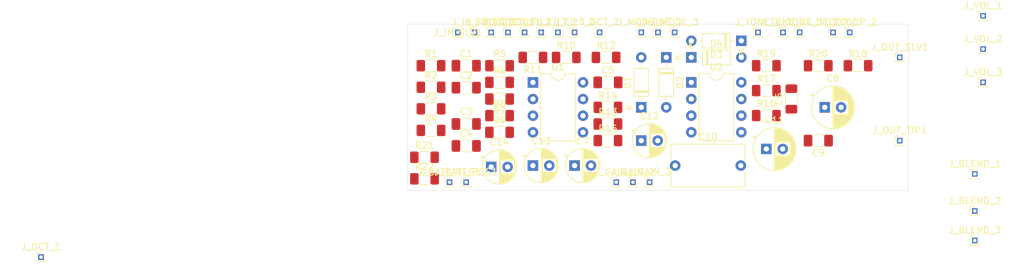
<source format=kicad_pcb>
(kicad_pcb (version 20221018) (generator pcbnew)
  (layers (0 "F.Cu" signal) (31 "B.Cu" signal) (34 "B.Paste" user) (35 "F.Paste" user) (36 "B.SilkS" user "B.Silkscreen") (37 "F.SilkS" user "F.Silkscreen") (38 "B.Mask" user) (39 "F.Mask" user) (44 "Edge.Cuts" user))
  (net 0 "")
  (net 1 "Net-(J_BOOST_2-Pin_1)")
  (net 2 "Net-(C1-Pad2)")
  (net 3 "Net-(J_BOOST_3-Pin_1)")
  (net 4 "Net-(C2-Pad2)")
  (net 5 "Net-(C3-Pad1)")
  (net 6 "Net-(U1B--)")
  (net 8 "Net-(U1B-+)")
  (net 9 "Net-(C5-Pad1)")
  (net 10 "Net-(U2B-+)")
  (net 11 "Net-(J_GAIN_1-Pin_1)")
  (net 12 "Net-(J_GAIN_2-Pin_1)")
  (net 13 "Net-(C7-Pad1)")
  (net 14 "GND")
  (net 15 "Net-(D3-K)")
  (net 16 "Net-(C8-Pad2)")
  (net 17 "Net-(J_TONE_2-Pin_1)")
  (net 18 "Net-(J_TONE_1-Pin_1)")
  (net 19 "Net-(J_FILT_2-Pin_1)")
  (net 20 "Net-(J_BLEND_1-Pin_1)")
  (net 21 "Net-(J_MODE_2-Pin_1)")
  (net 23 "/Vb")
  (net 24 "+9V")
  (net 25 "Net-(D1-K)")
  (net 26 "Net-(D1-A)")
  (net 27 "Net-(D2-K)")
  (net 28 "Net-(D3-A)")
  (net 29 "Net-(J_BLEND_2-Pin_1)")
  (net 30 "Net-(J_BLEND_3-Pin_1)")
  (net 31 "Net-(J_BOOST_1-Pin_1)")
  (net 32 "Net-(J_FILT_1-Pin_1)")
  (net 33 "Net-(J_FILT_3-Pin_1)")
  (net 35 "Net-(J_OCT_2-Pin_1)")
  (net 36 "Net-(J_SCOOP_2-Pin_1)")
  (net 37 "Net-(U1A--)")
  (net 38 "Net-(R5-Pad2)")
  (net 41 "Net-(J_BATT_NEG1-Pin_1)")
  (net 43 "Net-(J_VOL_2-Pin_1)")
  (footprint "Connector_PinHeader_1.00mm:PinHeader_1x01_P1.00mm_Vertical" (layer "F.Cu") (at 100.33 30.48)
    (fp_text reference "J_OUT_SLV1" (at 0 -1.56) (layer "F.SilkS"))
    (fp_text value "Conn_01x01_Pin")
    (pad "1" thru_hole rect (at 0 0) (size 0.85 0.85) (drill 0.5) (layers "*.Cu" "*.Mask") (net 14 "GND"))
  )
  (footprint "Capacitor_SMD:C_1206_3216Metric_Pad1.33x1.80mm_HandSolder" (layer "F.Cu") (at 55.88 34.29)
    (fp_text reference "C5" (at 0 -1.85) (layer "F.SilkS"))
    (fp_text value "0.01uF")
    (pad "1" smd roundrect (at -1.5625 0) (size 1.325 1.8) (layers "F.Cu" "F.Paste" "F.Mask") (roundrect_rratio 0.188679) (net 9 "Net-(C5-Pad1)"))
    (pad "2" smd roundrect (at 1.5625 0) (size 1.325 1.8) (layers "F.Cu" "F.Paste" "F.Mask") (roundrect_rratio 0.188679) (net 10 "Net-(U2B-+)"))
  )
  (footprint "Resistor_SMD:R_1206_3216Metric_Pad1.30x1.75mm_HandSolder" (layer "F.Cu") (at 80.01 31.75)
    (fp_text reference "R19" (at 0 -1.82) (layer "F.SilkS"))
    (fp_text value "10K")
    (pad "1" smd roundrect (at -1.55 0) (size 1.3 1.75) (layers "F.Cu" "F.Paste" "F.Mask") (roundrect_rratio 0.192308) (net 17 "Net-(J_TONE_2-Pin_1)"))
    (pad "2" smd roundrect (at 1.55 0) (size 1.3 1.75) (layers "F.Cu" "F.Paste" "F.Mask") (roundrect_rratio 0.192308) (net 14 "GND"))
  )
  (footprint "Resistor_SMD:R_1206_3216Metric_Pad1.30x1.75mm_HandSolder" (layer "F.Cu") (at 55.88 43.18)
    (fp_text reference "R15" (at 0 -1.82) (layer "F.SilkS"))
    (fp_text value "100K")
    (pad "1" smd roundrect (at -1.55 0) (size 1.3 1.75) (layers "F.Cu" "F.Paste" "F.Mask") (roundrect_rratio 0.192308) (net 23 "/Vb"))
    (pad "2" smd roundrect (at 1.55 0) (size 1.3 1.75) (layers "F.Cu" "F.Paste" "F.Mask") (roundrect_rratio 0.192308) (net 10 "Net-(U2B-+)"))
  )
  (footprint "Connector_PinHeader_1.00mm:PinHeader_1x01_P1.00mm_Vertical" (layer "F.Cu") (at 62.23 49.53)
    (fp_text reference "J_GAIN_3" (at 0 -1.56) (layer "F.SilkS"))
    (fp_text value "Conn_01x01_Pin")
    (pad "1" thru_hole rect (at 0 0) (size 0.85 0.85) (drill 0.5) (layers "*.Cu" "*.Mask") (net 12 "Net-(J_GAIN_2-Pin_1)"))
  )
  (footprint "Capacitor_THT:CP_Radial_D6.3mm_P2.50mm" (layer "F.Cu") (at 80.01 44.45)
    (fp_text reference "C11" (at 1.25 -4.4) (layer "F.SilkS"))
    (fp_text value "1uF")
    (pad "1" thru_hole rect (at 0 0) (size 1.6 1.6) (drill 0.8) (layers "*.Cu" "*.Mask") (net 19 "Net-(J_FILT_2-Pin_1)"))
    (pad "2" thru_hole circle (at 2.5 0) (size 1.6 1.6) (drill 0.8) (layers "*.Cu" "*.Mask") (net 20 "Net-(J_BLEND_1-Pin_1)"))
  )
  (footprint "Resistor_SMD:R_1206_3216Metric_Pad1.30x1.75mm_HandSolder" (layer "F.Cu") (at 28.93 38.33)
    (fp_text reference "R3" (at 0 -1.82) (layer "F.SilkS"))
    (fp_text value "330K")
    (pad "1" smd roundrect (at -1.55 0) (size 1.3 1.75) (layers "F.Cu" "F.Paste" "F.Mask") (roundrect_rratio 0.192308) (net 2 "Net-(C1-Pad2)"))
    (pad "2" smd roundrect (at 1.55 0) (size 1.3 1.75) (layers "F.Cu" "F.Paste" "F.Mask") (roundrect_rratio 0.192308) (net 37 "Net-(U1A--)"))
  )
  (footprint "Capacitor_THT:CP_Radial_D5.0mm_P2.50mm" (layer "F.Cu") (at 50.8 46.99)
    (fp_text reference "C7" (at 1.25 -3.75) (layer "F.SilkS"))
    (fp_text value "10uF")
    (pad "1" thru_hole rect (at 0 0) (size 1.6 1.6) (drill 0.8) (layers "*.Cu" "*.Mask") (net 13 "Net-(C7-Pad1)"))
    (pad "2" thru_hole circle (at 2.5 0) (size 1.6 1.6) (drill 0.8) (layers "*.Cu" "*.Mask") (net 14 "GND"))
  )
  (footprint "Connector_PinHeader_1.00mm:PinHeader_1x01_P1.00mm_Vertical" (layer "F.Cu") (at 50.8 26.67)
    (fp_text reference "J_FILT_3" (at 0 -1.56) (layer "F.SilkS"))
    (fp_text value "Conn_01x01_Pin")
    (pad "1" thru_hole rect (at 0 0) (size 0.85 0.85) (drill 0.5) (layers "*.Cu" "*.Mask") (net 33 "Net-(J_FILT_3-Pin_1)"))
  )
  (footprint "Connector_PinHeader_1.00mm:PinHeader_1x01_P1.00mm_Vertical" (layer "F.Cu") (at 66.04 26.67)
    (fp_text reference "J_MODE_3" (at 0 -1.56) (layer "F.SilkS"))
    (fp_text value "Conn_01x01_Pin")
    (pad "1" thru_hole rect (at 0 0) (size 0.85 0.85) (drill 0.5) (layers "*.Cu" "*.Mask") (net 28 "Net-(D3-A)"))
  )
  (footprint "Resistor_SMD:R_1206_3216Metric_Pad1.30x1.75mm_HandSolder" (layer "F.Cu") (at 28.93 35.04)
    (fp_text reference "R2" (at 0 -1.82) (layer "F.SilkS"))
    (fp_text value "10M")
    (pad "1" smd roundrect (at -1.55 0) (size 1.3 1.75) (layers "F.Cu" "F.Paste" "F.Mask") (roundrect_rratio 0.192308) (net 3 "Net-(J_BOOST_3-Pin_1)"))
    (pad "2" smd roundrect (at 1.55 0) (size 1.3 1.75) (layers "F.Cu" "F.Paste" "F.Mask") (roundrect_rratio 0.192308) (net 14 "GND"))
  )
  (footprint "Connector_PinHeader_1.00mm:PinHeader_1x01_P1.00mm_Vertical" (layer "F.Cu") (at 111.76 48.26)
    (fp_text reference "J_BLEND_1" (at 0 -1.56) (layer "F.SilkS"))
    (fp_text value "Conn_01x01_Pin")
    (pad "1" thru_hole rect (at 0 0) (size 0.85 0.85) (drill 0.5) (layers "*.Cu" "*.Mask") (net 20 "Net-(J_BLEND_1-Pin_1)"))
  )
  (footprint "Capacitor_SMD:C_1206_3216Metric_Pad1.33x1.80mm_HandSolder" (layer "F.Cu") (at 34.29 31.75)
    (fp_text reference "C1" (at 0 -1.85) (layer "F.SilkS"))
    (fp_text value "0.01uF")
    (pad "1" smd roundrect (at -1.5625 0) (size 1.325 1.8) (layers "F.Cu" "F.Paste" "F.Mask") (roundrect_rratio 0.188679) (net 1 "Net-(J_BOOST_2-Pin_1)"))
    (pad "2" smd roundrect (at 1.5625 0) (size 1.325 1.8) (layers "F.Cu" "F.Paste" "F.Mask") (roundrect_rratio 0.188679) (net 2 "Net-(C1-Pad2)"))
  )
  (footprint "Connector_PinHeader_1.00mm:PinHeader_1x01_P1.00mm_Vertical" (layer "F.Cu") (at 63.5 26.67)
    (fp_text reference "J_MODE_2" (at 0 -1.56) (layer "F.SilkS"))
    (fp_text value "Conn_01x01_Pin")
    (pad "1" thru_hole rect (at 0 0) (size 0.85 0.85) (drill 0.5) (layers "*.Cu" "*.Mask") (net 21 "Net-(J_MODE_2-Pin_1)"))
  )
  (footprint "Capacitor_THT:CP_Radial_D5.0mm_P2.50mm" (layer "F.Cu") (at 60.96 43.18)
    (fp_text reference "C12" (at 1.25 -3.75) (layer "F.SilkS"))
    (fp_text value "10uF")
    (pad "1" thru_hole rect (at 0 0) (size 1.6 1.6) (drill 0.8) (layers "*.Cu" "*.Mask") (net 21 "Net-(J_MODE_2-Pin_1)"))
    (pad "2" thru_hole circle (at 2.5 0) (size 1.6 1.6) (drill 0.8) (layers "*.Cu" "*.Mask"))
  )
  (footprint "Connector_PinHeader_1.00mm:PinHeader_1x01_P1.00mm_Vertical" (layer "F.Cu") (at 45.72 26.67)
    (fp_text reference "J_FILT_1" (at 0 -1.56) (layer "F.SilkS"))
    (fp_text value "Conn_01x01_Pin")
    (pad "1" thru_hole rect (at 0 0) (size 0.85 0.85) (drill 0.5) (layers "*.Cu" "*.Mask") (net 32 "Net-(J_FILT_1-Pin_1)"))
  )
  (footprint "Connector_PinHeader_1.00mm:PinHeader_1x01_P1.00mm_Vertical" (layer "F.Cu") (at 113.03 24.13)
    (fp_text reference "J_VOL_1" (at 0 -1.56) (layer "F.SilkS"))
    (fp_text value "Conn_01x01_Pin")
    (pad "1" thru_hole rect (at 0 0) (size 0.85 0.85) (drill 0.5) (layers "*.Cu" "*.Mask") (net 14 "GND"))
  )
  (footprint "Resistor_SMD:R_1206_3216Metric_Pad1.30x1.75mm_HandSolder" (layer "F.Cu") (at 39.37 41.91)
    (fp_text reference "R9" (at 0 -1.82) (layer "F.SilkS"))
    (fp_text value "100K")
    (pad "1" smd roundrect (at -1.55 0) (size 1.3 1.75) (layers "F.Cu" "F.Paste" "F.Mask") (roundrect_rratio 0.192308) (net 32 "Net-(J_FILT_1-Pin_1)"))
    (pad "2" smd roundrect (at 1.55 0) (size 1.3 1.75) (layers "F.Cu" "F.Paste" "F.Mask") (roundrect_rratio 0.192308) (net 6 "Net-(U1B--)"))
  )
  (footprint "Resistor_SMD:R_1206_3216Metric_Pad1.30x1.75mm_HandSolder" (layer "F.Cu") (at 39.37 39.37)
    (fp_text reference "R8" (at 0 -1.82) (layer "F.SilkS"))
    (fp_text value "100K")
    (pad "1" smd roundrect (at -1.55 0) (size 1.3 1.75) (layers "F.Cu" "F.Paste" "F.Mask") (roundrect_rratio 0.192308) (net 6 "Net-(U1B--)"))
    (pad "2" smd roundrect (at 1.55 0) (size 1.3 1.75) (layers "F.Cu" "F.Paste" "F.Mask") (roundrect_rratio 0.192308) (net 14 "GND"))
  )
  (footprint "Connector_PinHeader_1.00mm:PinHeader_1x01_P1.00mm_Vertical" (layer "F.Cu") (at 90.17 26.67)
    (fp_text reference "J_SCOOP_1" (at 0 -1.56) (layer "F.SilkS"))
    (fp_text value "Conn_01x01_Pin")
    (pad "1" thru_hole rect (at 0 0) (size 0.85 0.85) (drill 0.5) (layers "*.Cu" "*.Mask") (net 14 "GND"))
  )
  (footprint "Connector_PinHeader_1.00mm:PinHeader_1x01_P1.00mm_Vertical" (layer "F.Cu") (at 82.55 26.67)
    (fp_text reference "J_TONE_2" (at 0 -1.56) (layer "F.SilkS"))
    (fp_text value "Conn_01x01_Pin")
    (pad "1" thru_hole rect (at 0 0) (size 0.85 0.85) (drill 0.5) (layers "*.Cu" "*.Mask") (net 17 "Net-(J_TONE_2-Pin_1)"))
  )
  (footprint "Package_DIP:DIP-8_W7.62mm" (layer "F.Cu") (at 44.46 34.3)
    (fp_text reference "U1" (at 3.81 -2.33) (layer "F.SilkS"))
    (fp_text value "TL072")
    (pad "1" thru_hole rect (at 0 0) (size 1.6 1.6) (drill 0.8) (layers "*.Cu" "*.Mask") (net 38 "Net-(R5-Pad2)"))
    (pad "2" thru_hole oval (at 0 2.54) (size 1.6 1.6) (drill 0.8) (layers "*.Cu" "*.Mask") (net 37 "Net-(U1A--)"))
    (pad "3" thru_hole oval (at 0 5.08) (size 1.6 1.6) (drill 0.8) (layers "*.Cu" "*.Mask") (net 23 "/Vb"))
    (pad "4" thru_hole oval (at 0 7.62) (size 1.6 1.6) (drill 0.8) (layers "*.Cu" "*.Mask") (net 14 "GND"))
    (pad "5" thru_hole oval (at 7.62 7.62) (size 1.6 1.6) (drill 0.8) (layers "*.Cu" "*.Mask") (net 8 "Net-(U1B-+)"))
    (pad "6" thru_hole oval (at 7.62 5.08) (size 1.6 1.6) (drill 0.8) (layers "*.Cu" "*.Mask") (net 6 "Net-(U1B--)"))
    (pad "7" thru_hole oval (at 7.62 2.54) (size 1.6 1.6) (drill 0.8) (layers "*.Cu" "*.Mask") (net 32 "Net-(J_FILT_1-Pin_1)"))
    (pad "8" thru_hole oval (at 7.62 0) (size 1.6 1.6) (drill 0.8) (layers "*.Cu" "*.Mask") (net 24 "+9V"))
  )
  (footprint "Capacitor_SMD:C_1206_3216Metric_Pad1.33x1.80mm_HandSolder" (layer "F.Cu") (at 34.29 40.64)
    (fp_text reference "C3" (at 0 -1.85) (layer "F.SilkS"))
    (fp_text value "0.001uF")
    (pad "1" smd roundrect (at -1.5625 0) (size 1.325 1.8) (layers "F.Cu" "F.Paste" "F.Mask") (roundrect_rratio 0.188679) (net 5 "Net-(C3-Pad1)"))
    (pad "2" smd roundrect (at 1.5625 0) (size 1.325 1.8) (layers "F.Cu" "F.Paste" "F.Mask") (roundrect_rratio 0.188679) (net 6 "Net-(U1B--)"))
  )
  (footprint "Resistor_SMD:R_1206_3216Metric_Pad1.30x1.75mm_HandSolder" (layer "F.Cu") (at 55.6 30.48)
    (fp_text reference "R12" (at 0 -1.82) (layer "F.SilkS"))
    (fp_text value "10K")
    (pad "1" smd roundrect (at -1.55 0) (size 1.3 1.75) (layers "F.Cu" "F.Paste" "F.Mask") (roundrect_rratio 0.192308) (net 27 "Net-(D2-K)"))
    (pad "2" smd roundrect (at 1.55 0) (size 1.3 1.75) (layers "F.Cu" "F.Paste" "F.Mask") (roundrect_rratio 0.192308) (net 26 "Net-(D1-A)"))
  )
  (footprint "Diode_THT:D_DO-35_SOD27_P7.62mm_Horizontal" (layer "F.Cu") (at 64.77 30.48 -90)
    (fp_text reference "D2" (at 3.81 -2.12 90) (layer "F.SilkS"))
    (fp_text value "1N914")
    (fp_text user "K" (at 0 -1.8 90) (layer "F.SilkS"))
    (pad "1" thru_hole rect (at 0 0 270) (size 1.6 1.6) (drill 0.8) (layers "*.Cu" "*.Mask") (net 27 "Net-(D2-K)"))
    (pad "2" thru_hole oval (at 7.62 0 270) (size 1.6 1.6) (drill 0.8) (layers "*.Cu" "*.Mask") (net 25 "Net-(D1-K)"))
  )
  (footprint "Resistor_SMD:R_1206_3216Metric_Pad1.30x1.75mm_HandSolder" (layer "F.Cu") (at 28.93 31.75)
    (fp_text reference "R1" (at 0 -1.82) (layer "F.SilkS"))
    (fp_text value "10M")
    (pad "1" smd roundrect (at -1.55 0) (size 1.3 1.75) (layers "F.Cu" "F.Paste" "F.Mask") (roundrect_rratio 0.192308) (net 1 "Net-(J_BOOST_2-Pin_1)"))
    (pad "2" smd roundrect (at 1.55 0) (size 1.3 1.75) (layers "F.Cu" "F.Paste" "F.Mask") (roundrect_rratio 0.192308) (net 14 "GND"))
  )
  (footprint "Connector_PinHeader_1.00mm:PinHeader_1x01_P1.00mm_Vertical" (layer "F.Cu") (at 33.02 26.67)
    (fp_text reference "J_IN_SLV1" (at 0 0) (layer "F.SilkS"))
    (fp_text value "Conn_01x01_Pin")
    (pad "1" thru_hole rect (at 0 0) (size 0.85 0.85) (drill 0.5) (layers "*.Cu" "*.Mask") (net 14 "GND"))
  )
  (footprint "Connector_PinHeader_1.00mm:PinHeader_1x01_P1.00mm_Vertical" (layer "F.Cu") (at 85.09 26.67)
    (fp_text reference "J_TONE_3" (at 0 -1.56) (layer "F.SilkS"))
    (fp_text value "Conn_01x01_Pin")
    (pad "1" thru_hole rect (at 0 0) (size 0.85 0.85) (drill 0.5) (layers "*.Cu" "*.Mask") (net 30 "Net-(J_BLEND_3-Pin_1)"))
  )
  (footprint "Resistor_SMD:R_1206_3216Metric_Pad1.30x1.75mm_HandSolder" (layer "F.Cu") (at 87.91 31.75)
    (fp_text reference "R20" (at 0 -1.82) (layer "F.SilkS"))
    (fp_text value "1K")
    (pad "1" smd roundrect (at -1.55 0) (size 1.3 1.75) (layers "F.Cu" "F.Paste" "F.Mask") (roundrect_rratio 0.192308) (net 17 "Net-(J_TONE_2-Pin_1)"))
    (pad "2" smd roundrect (at 1.55 0) (size 1.3 1.75) (layers "F.Cu" "F.Paste" "F.Mask") (roundrect_rratio 0.192308) (net 36 "Net-(J_SCOOP_2-Pin_1)"))
  )
  (footprint "Connector_PinHeader_1.00mm:PinHeader_1x01_P1.00mm_Vertical" (layer "F.Cu") (at 48.26 26.67)
    (fp_text reference "J_FILT_2" (at 0 -1.56) (layer "F.SilkS"))
    (fp_text value "Conn_01x01_Pin")
    (pad "1" thru_hole rect (at 0 0) (size 0.85 0.85) (drill 0.5) (layers "*.Cu" "*.Mask") (net 19 "Net-(J_FILT_2-Pin_1)"))
  )
  (footprint "Connector_PinHeader_1.00mm:PinHeader_1x01_P1.00mm_Vertical" (layer "F.Cu") (at 113.03 29.21)
    (fp_text reference "J_VOL_2" (at 0 -1.56) (layer "F.SilkS"))
    (fp_text value "Conn_01x01_Pin")
    (pad "1" thru_hole rect (at 0 0) (size 0.85 0.85) (drill 0.5) (layers "*.Cu" "*.Mask") (net 43 "Net-(J_VOL_2-Pin_1)"))
  )
  (footprint "Resistor_SMD:R_1206_3216Metric_Pad1.30x1.75mm_HandSolder" (layer "F.Cu") (at 27.94 49.01)
    (fp_text reference "R22" (at 0 -1.82) (layer "F.SilkS"))
    (fp_text value "10K")
    (pad "1" smd roundrect (at -1.55 0) (size 1.3 1.75) (layers "F.Cu" "F.Paste" "F.Mask") (roundrect_rratio 0.192308) (net 23 "/Vb"))
    (pad "2" smd roundrect (at 1.55 0) (size 1.3 1.75) (layers "F.Cu" "F.Paste" "F.Mask") (roundrect_rratio 0.192308) (net 14 "GND"))
  )
  (footprint "Capacitor_THT:CP_Radial_D6.3mm_P2.50mm" (layer "F.Cu") (at 88.9 38.1)
    (fp_text reference "C8" (at 1.25 -4.4) (layer "F.SilkS"))
    (fp_text value "1uF")
    (pad "1" thru_hole rect (at 0 0) (size 1.6 1.6) (drill 0.8) (layers "*.Cu" "*.Mask") (net 15 "Net-(D3-K)"))
    (pad "2" thru_hole circle (at 2.5 0) (size 1.6 1.6) (drill 0.8) (layers "*.Cu" "*.Mask") (net 16 "Net-(C8-Pad2)"))
  )
  (footprint "Resistor_SMD:R_1206_3216Metric_Pad1.30x1.75mm_HandSolder" (layer "F.Cu") (at 27.94 45.72)
    (fp_text reference "R21" (at 0 -1.82) (layer "F.SilkS"))
    (fp_text value "10K")
    (pad "1" smd roundrect (at -1.55 0) (size 1.3 1.75) (layers "F.Cu" "F.Paste" "F.Mask") (roundrect_rratio 0.192308) (net 24 "+9V"))
    (pad "2" smd roundrect (at 1.55 0) (size 1.3 1.75) (layers "F.Cu" "F.Paste" "F.Mask") (roundrect_rratio 0.192308) (net 23 "/Vb"))
  )
  (footprint "Resistor_SMD:R_1206_3216Metric_Pad1.30x1.75mm_HandSolder" (layer "F.Cu") (at 28.93 41.62)
    (fp_text reference "R4" (at 0 -1.82) (layer "F.SilkS"))
    (fp_text value "100K")
    (pad "1" smd roundrect (at -1.55 0) (size 1.3 1.75) (layers "F.Cu" "F.Paste" "F.Mask") (roundrect_rratio 0.192308) (net 4 "Net-(C2-Pad2)"))
    (pad "2" smd roundrect (at 1.55 0) (size 1.3 1.75) (layers "F.Cu" "F.Paste" "F.Mask") (roundrect_rratio 0.192308) (net 37 "Net-(U1A--)"))
  )
  (footprint "Capacitor_SMD:C_1206_3216Metric_Pad1.33x1.80mm_HandSolder" (layer "F.Cu") (at 87.9225 43.18 180)
    (fp_text reference "C9" (at 0 -1.85) (layer "F.SilkS"))
    (fp_text value "0.047uF")
    (pad "1" smd roundrect (at -1.5625 0 180) (size 1.325 1.8) (layers "F.Cu" "F.Paste" "F.Mask") (roundrect_rratio 0.188679) (net 15 "Net-(D3-K)"))
    (pad "2" smd roundrect (at 1.5625 0 180) (size 1.325 1.8) (layers "F.Cu" "F.Paste" "F.Mask") (roundrect_rratio 0.188679) (net 17 "Net-(J_TONE_2-Pin_1)"))
  )
  (footprint "Diode_THT:D_DO-35_SOD27_P7.62mm_Horizontal" (layer "F.Cu") (at 60.96 38.1 90)
    (fp_text reference "D1" (at 3.81 -2.12 90) (layer "F.SilkS"))
    (fp_text value "1N914")
    (fp_text user "K" (at 0 -1.8 90) (layer "F.SilkS"))
    (pad "1" thru_hole rect (at 0 0 90) (size 1.6 1.6) (drill 0.8) (layers "*.Cu" "*.Mask") (net 25 "Net-(D1-K)"))
    (pad "2" thru_hole oval (at 7.62 0 90) (size 1.6 1.6) (drill 0.8) (layers "*.Cu" "*.Mask") (net 26 "Net-(D1-A)"))
  )
  (footprint "Resistor_SMD:R_1206_3216Metric_Pad1.30x1.75mm_HandSolder" (layer "F.Cu") (at 55.88 38.1)
    (fp_text reference "R14" (at 0 -1.82) (layer "F.SilkS"))
    (fp_text value "10K")
    (pad "1" smd roundrect (at -1.55 0) (size 1.3 1.75) (layers "F.Cu" "F.Paste" "F.Mask") (roundrect_rratio 0.192308) (net 27 "Net-(D2-K)"))
    (pad "2" smd roundrect (at 1.55 0) (size 1.3 1.75) (layers "F.Cu" "F.Paste" "F.Mask") (roundrect_rratio 0.192308) (net 35 "Net-(J_OCT_2-Pin_1)"))
  )
  (footprint "Connector_PinHeader_1.00mm:PinHeader_1x01_P1.00mm_Vertical" (layer "F.Cu") (at 31.75 49.53)
    (fp_text reference "J_BATT_NEG1" (at 0 -1.56) (layer "F.SilkS"))
    (fp_text value "Conn_01x01_Pin")
    (pad "1" thru_hole rect (at 0 0) (size 0.85 0.85) (drill 0.5) (layers "*.Cu" "*.Mask") (net 41 "Net-(J_BATT_NEG1-Pin_1)"))
  )
  (footprint "Connector_PinHeader_1.00mm:PinHeader_1x01_P1.00mm_Vertical" (layer "F.Cu") (at 78.74 26.67)
    (fp_text reference "J_TONE_1" (at 0 -1.56) (layer "F.SilkS"))
    (fp_text value "Conn_01x01_Pin")
    (pad "1" thru_hole rect (at 0 0) (size 0.85 0.85) (drill 0.5) (layers "*.Cu" "*.Mask") (net 18 "Net-(J_TONE_1-Pin_1)"))
  )
  (footprint "Connector_PinHeader_1.00mm:PinHeader_1x01_P1.00mm_Vertical" (layer "F.Cu") (at 100.33 43.18)
    (fp_text reference "J_OUT_TIP1" (at 0 -1.56) (layer "F.SilkS"))
    (fp_text value "Conn_01x01_Pin")
    (pad "1" thru_hole rect (at 0 0) (size 0.85 0.85) (drill 0.5) (layers "*.Cu" "*.Mask"))
  )
  (footprint "Package_DIP:DIP-8_W7.62mm" (layer "F.Cu") (at 68.58 34.29)
    (fp_text reference "U2" (at 3.81 -2.33) (layer "F.SilkS"))
    (fp_text value "TL072")
    (pad "1" thru_hole rect (at 0 0) (size 1.6 1.6) (drill 0.8) (layers "*.Cu" "*.Mask"))
    (pad "2" thru_hole oval (at 0 2.54) (size 1.6 1.6) (drill 0.8) (layers "*.Cu" "*.Mask") (net 26 "Net-(D1-A)"))
    (pad "3" thru_hole oval (at 0 5.08) (size 1.6 1.6) (drill 0.8) (layers "*.Cu" "*.Mask"))
    (pad "4" thru_hole oval (at 0 7.62) (size 1.6 1.6) (drill 0.8) (layers "*.Cu" "*.Mask") (net 14 "GND"))
    (pad "5" thru_hole oval (at 7.62 7.62) (size 1.6 1.6) (drill 0.8) (layers "*.Cu" "*.Mask") (net 10 "Net-(U2B-+)"))
    (pad "6" thru_hole oval (at 7.62 5.08) (size 1.6 1.6) (drill 0.8) (layers "*.Cu" "*.Mask") (net 11 "Net-(J_GAIN_1-Pin_1)"))
    (pad "7" thru_hole oval (at 7.62 2.54) (size 1.6 1.6) (drill 0.8) (layers "*.Cu" "*.Mask") (net 12 "Net-(J_GAIN_2-Pin_1)"))
    (pad "8" thru_hole oval (at 7.62 0) (size 1.6 1.6) (drill 0.8) (layers "*.Cu" "*.Mask") (net 23 "/Vb"))
  )
  (footprint "Connector_PinHeader_1.00mm:PinHeader_1x01_P1.00mm_Vertical" (layer "F.Cu") (at 92.71 26.67)
    (fp_text reference "J_SCOOP_2" (at 0 -1.56) (layer "F.SilkS"))
    (fp_text value "Conn_01x01_Pin")
    (pad "1" thru_hole rect (at 0 0) (size 0.85 0.85) (drill 0.5) (layers "*.Cu" "*.Mask") (net 36 "Net-(J_SCOOP_2-Pin_1)"))
  )
  (footprint "Resistor_SMD:R_1206_3216Metric_Pad1.30x1.75mm_HandSolder" (layer "F.Cu") (at 49.53 30.48)
    (fp_text reference "R10" (at 0 -1.82) (layer "F.SilkS"))
    (fp_text value "10K")
    (pad "1" smd roundrect (at -1.55 0) (size 1.3 1.75) (layers "F.Cu" "F.Paste" "F.Mask") (roundrect_rratio 0.192308) (net 9 "Net-(C5-Pad1)"))
    (pad "2" smd roundrect (at 1.55 0) (size 1.3 1.75) (layers "F.Cu" "F.Paste" "F.Mask") (roundrect_rratio 0.192308) (net 33 "Net-(J_FILT_3-Pin_1)"))
  )
  (footprint "Capacitor_SMD:C_1206_3216Metric_Pad1.33x1.80mm_HandSolder" (layer "F.Cu") (at 34.29 35.1)
    (fp_text reference "C2" (at 0 -1.85) (layer "F.SilkS"))
    (fp_text value "0.001uF")
    (pad "1" smd roundrect (at -1.5625 0) (size 1.325 1.8) (layers "F.Cu" "F.Paste" "F.Mask") (roundrect_rratio 0.188679) (net 3 "Net-(J_BOOST_3-Pin_1)"))
    (pad "2" smd roundrect (at 1.5625 0) (size 1.325 1.8) (layers "F.Cu" "F.Paste" "F.Mask") (roundrect_rratio 0.188679) (net 4 "Net-(C2-Pad2)"))
  )
  (footprint "Capacitor_THT:C_Rect_L11.0mm_W6.3mm_P10.00mm_MKT" (layer "F.Cu") (at 66.12 46.99)
    (fp_text reference "C10" (at 5 -4.4) (layer "F.SilkS"))
    (fp_text value "0.1uF")
    (pad "1" thru_hole circle (at 0 0) (size 1.6 1.6) (drill 0.8) (layers "*.Cu" "*.Mask") (net 14 "GND"))
    (pad "2" thru_hole circle (at 10 0) (size 1.6 1.6) (drill 0.8) (layers "*.Cu" "*.Mask") (net 18 "Net-(J_TONE_1-Pin_1)"))
  )
  (footprint "Connector_PinHeader_1.00mm:PinHeader_1x01_P1.00mm_Vertical" (layer "F.Cu") (at 60.96 26.67)
    (fp_text reference "J_MODE_1" (at 0 -1.56) (layer "F.SilkS"))
    (fp_text value "Conn_01x01_Pin")
    (pad "1" thru_hole rect (at 0 0) (size 0.85 0.85) (drill 0.5) (layers "*.Cu" "*.Mask") (net 11 "Net-(J_GAIN_1-Pin_1)"))
  )
  (footprint "Connector_PinHeader_1.00mm:PinHeader_1x01_P1.00mm_Vertical" (layer "F.Cu") (at 43.18 26.67)
    (fp_text reference "J_BOOST_2" (at 0 -1.56) (layer "F.SilkS"))
    (fp_text value "Conn_01x01_Pin")
    (pad "1" thru_hole rect (at 0 0) (size 0.85 0.85) (drill 0.5) (layers "*.Cu" "*.Mask") (net 1 "Net-(J_BOOST_2-Pin_1)"))
  )
  (footprint "Connector_PinHeader_1.00mm:PinHeader_1x01_P1.00mm_Vertical" (layer "F.Cu") (at 57.15 49.53)
    (fp_text reference "J_GAIN_1" (at 0 -1.56) (layer "F.SilkS"))
    (fp_text value "Conn_01x01_Pin")
    (pad "1" thru_hole rect (at 0 0) (size 0.85 0.85) (drill 0.5) (layers "*.Cu" "*.Mask") (net 11 "Net-(J_GAIN_1-Pin_1)"))
  )
  (footprint "Resistor_SMD:R_1206_3216Metric_Pad1.30x1.75mm_HandSolder" (layer "F.Cu") (at 55.88 40.64)
    (fp_text reference "R13" (at 0 -1.82) (layer "F.SilkS"))
    (fp_text value "10K")
    (pad "1" smd roundrect (at -1.55 0) (size 1.3 1.75) (layers "F.Cu" "F.Paste" "F.Mask") (roundrect_rratio 0.192308) (net 27 "Net-(D2-K)"))
    (pad "2" smd roundrect (at 1.55 0) (size 1.3 1.75) (layers "F.Cu" "F.Paste" "F.Mask") (roundrect_rratio 0.192308) (net 35 "Net-(J_OCT_2-Pin_1)"))
  )
  (footprint "Capacitor_THT:CP_Radial_D5.0mm_P2.50mm" (layer "F.Cu") (at 38.1 47.19)
    (fp_text reference "C14" (at 1.25 -3.75) (layer "F.SilkS"))
    (fp_text value "10uF")
    (pad "1" thru_hole rect (at 0 0) (size 1.6 1.6) (drill 0.8) (layers "*.Cu" "*.Mask") (net 24 "+9V"))
    (pad "2" thru_hole circle (at 2.5 0) (size 1.6 1.6) (drill 0.8) (layers "*.Cu" "*.Mask") (net 14 "GND"))
  )
  (footprint "Resistor_SMD:R_1206_3216Metric_Pad1.30x1.75mm_HandSolder" (layer "F.Cu") (at 39.37 31.75)
    (fp_text reference "R5" (at 0 -1.82) (layer "F.SilkS"))
    (fp_text value "1M")
    (pad "1" smd roundrect (at -1.55 0) (size 1.3 1.75) (layers "F.Cu" "F.Paste" "F.Mask") (roundrect_rratio 0.192308) (net 37 "Net-(U1A--)"))
    (pad "2" smd roundrect (at 1.55 0) (size 1.3 1.75) (layers "F.Cu" "F.Paste" "F.Mask") (roundrect_rratio 0.192308) (net 38 "Net-(R5-Pad2)"))
  )
  (footprint "Connector_PinHeader_1.00mm:PinHeader_1x01_P1.00mm_Vertical" (layer "F.Cu") (at -30.48 60.96)
    (fp_text reference "J_OCT_1" (at 0 -1.56) (layer "F.SilkS"))
    (fp_text value "Conn_01x01_Pin")
    (pad "1" thru_hole rect (at 0 0) (size 0.85 0.85) (drill 0.5) (layers "*.Cu" "*.Mask"))
  )
  (footprint "Capacitor_SMD:C_1206_3216Metric_Pad1.33x1.80mm_HandSolder" (layer "F.Cu") (at 83.82 36.82 90)
    (fp_text reference "C6" (at 0 -1.85 90) (layer "F.SilkS"))
    (fp_text value "47pF")
    (pad "1" smd roundrect (at -1.5625 0 90) (size 1.325 1.8) (layers "F.Cu" "F.Paste" "F.Mask") (roundrect_rratio 0.188679) (net 11 "Net-(J_GAIN_1-Pin_1)"))
    (pad "2" smd roundrect (at 1.5625 0 90) (size 1.325 1.8) (layers "F.Cu" "F.Paste" "F.Mask") (roundrect_rratio 0.188679) (net 12 "Net-(J_GAIN_2-Pin_1)"))
  )
  (footprint "Capacitor_SMD:C_1206_3216Metric_Pad1.33x1.80mm_HandSolder" (layer "F.Cu") (at 34.29 43.99)
    (fp_text reference "C4" (at 0 -1.85) (layer "F.SilkS"))
    (fp_text value "0.001uF")
    (pad "1" smd roundrect (at -1.5625 0) (size 1.325 1.8) (layers "F.Cu" "F.Paste" "F.Mask") (roundrect_rratio 0.188679))
    (pad "2" smd roundrect (at 1.5625 0) (size 1.325 1.8) (layers "F.Cu" "F.Paste" "F.Mask") (roundrect_rratio 0.188679) (net 8 "Net-(U1B-+)"))
  )
  (footprint "Connector_PinHeader_1.00mm:PinHeader_1x01_P1.00mm_Vertical" (layer "F.Cu") (at 40.64 26.67)
    (fp_text reference "J_BOOST_1" (at 0 -1.56) (layer "F.SilkS"))
    (fp_text value "Conn_01x01_Pin")
    (pad "1" thru_hole rect (at 0 0) (size 0.85 0.85) (drill 0.5) (layers "*.Cu" "*.Mask") (net 31 "Net-(J_BOOST_1-Pin_1)"))
  )
  (footprint "Connector_PinHeader_1.00mm:PinHeader_1x01_P1.00mm_Vertical" (layer "F.Cu") (at 111.76 53.92)
    (fp_text reference "J_BLEND_2" (at 0 -1.56) (layer "F.SilkS"))
    (fp_text value "Conn_01x01_Pin")
    (pad "1" thru_hole rect (at 0 0) (size 0.85 0.85) (drill 0.5) (layers "*.Cu" "*.Mask") (net 29 "Net-(J_BLEND_2-Pin_1)"))
  )
  (footprint "Resistor_SMD:R_1206_3216Metric_Pad1.30x1.75mm_HandSolder" (layer "F.Cu") (at 39.37 34.29)
    (fp_text reference "R6" (at 0 -1.82) (layer "F.SilkS"))
    (fp_text value "220K")
    (pad "1" smd roundrect (at -1.55 0) (size 1.3 1.75) (layers "F.Cu" "F.Paste" "F.Mask") (roundrect_rratio 0.192308) (net 5 "Net-(C3-Pad1)"))
    (pad "2" smd roundrect (at 1.55 0) (size 1.3 1.75) (layers "F.Cu" "F.Paste" "F.Mask") (roundrect_rratio 0.192308) (net 38 "Net-(R5-Pad2)"))
  )
  (footprint "Capacitor_THT:CP_Radial_D5.0mm_P2.50mm" (layer "F.Cu") (at 44.45 46.99)
    (fp_text reference "C13" (at 1.25 -3.75) (layer "F.SilkS"))
    (fp_text value "10uF")
    (pad "1" thru_hole rect (at 0 0) (size 1.6 1.6) (drill 0.8) (layers "*.Cu" "*.Mask") (net 23 "/Vb"))
    (pad "2" thru_hole circle (at 2.5 0) (size 1.6 1.6) (drill 0.8) (layers "*.Cu" "*.Mask") (net 14 "GND"))
  )
  (footprint "Connector_PinHeader_1.00mm:PinHeader_1x01_P1.00mm_Vertical" (layer "F.Cu") (at 35.56 26.67)
    (fp_text reference "J_IN_TIP1" (at 0 -1.56) (layer "F.SilkS"))
    (fp_text value "Conn_01x01_Pin")
    (pad "1" thru_hole rect (at 0 0) (size 0.85 0.85) (drill 0.5) (layers "*.Cu" "*.Mask") (net 31 "Net-(J_BOOST_1-Pin_1)"))
  )
  (footprint "Connector_PinHeader_1.00mm:PinHeader_1x01_P1.00mm_Vertical" (layer "F.Cu") (at 113.03 34.29)
    (fp_text reference "J_VOL_3" (at 0 -1.56) (layer "F.SilkS"))
    (fp_text value "Conn_01x01_Pin")
    (pad "1" thru_hole rect (at 0 0) (size 0.85 0.85) (drill 0.5) (layers "*.Cu" "*.Mask") (net 29 "Net-(J_BLEND_2-Pin_1)"))
  )
  (footprint "Resistor_SMD:R_1206_3216Metric_Pad1.30x1.75mm_HandSolder" (layer "F.Cu") (at 80.01 35.55)
    (fp_text reference "R17" (at 0 -1.82) (layer "F.SilkS"))
    (fp_text value "1K")
    (pad "1" smd roundrect (at -1.55 0) (size 1.3 1.75) (layers "F.Cu" "F.Paste" "F.Mask") (roundrect_rratio 0.192308) (net 12 "Net-(J_GAIN_2-Pin_1)"))
    (pad "2" smd roundrect (at 1.55 0) (size 1.3 1.75) (layers "F.Cu" "F.Paste" "F.Mask") (roundrect_rratio 0.192308) (net 15 "Net-(D3-K)"))
  )
  (footprint "Resistor_SMD:R_1206_3216Metric_Pad1.30x1.75mm_HandSolder" (layer "F.Cu") (at 80.01 39.36)
    (fp_text reference "R16" (at 0 -1.82) (layer "F.SilkS"))
    (fp_text value "1K")
    (pad "1" smd roundrect (at -1.55 0) (size 1.3 1.75) (layers "F.Cu" "F.Paste" "F.Mask") (roundrect_rratio 0.192308) (net 11 "Net-(J_GAIN_1-Pin_1)"))
    (pad "2" smd roundrect (at 1.55 0) (size 1.3 1.75) (layers "F.Cu" "F.Paste" "F.Mask") (roundrect_rratio 0.192308) (net 13 "Net-(C7-Pad1)"))
  )
  (footprint "Connector_PinHeader_1.00mm:PinHeader_1x01_P1.00mm_Vertical" (layer "F.Cu") (at 111.76 58.42)
    (fp_text reference "J_BLEND_3" (at 0 -1.56) (layer "F.SilkS"))
    (fp_text value "Conn_01x01_Pin")
    (pad "1" thru_hole rect (at 0 0) (size 0.85 0.85) (drill 0.5) (layers "*.Cu" "*.Mask") (net 30 "Net-(J_BLEND_3-Pin_1)"))
  )
  (footprint "Connector_PinHeader_1.00mm:PinHeader_1x01_P1.00mm_Vertical" (layer "F.Cu") (at 54.61 26.67)
    (fp_text reference "J_OCT_2" (at 0 -1.56) (layer "F.SilkS"))
    (fp_text value "Conn_01x01_Pin")
    (pad "1" thru_hole rect (at 0 0) (size 0.85 0.85) (drill 0.5) (layers "*.Cu" "*.Mask") (net 35 "Net-(J_OCT_2-Pin_1)"))
  )
  (footprint "Connector_PinHeader_1.00mm:PinHeader_1x01_P1.00mm_Vertical" (layer "F.Cu") (at 38.1 26.67)
    (fp_text reference "J_BOOST_3" (at 0 -1.56) (layer "F.SilkS"))
    (fp_text value "Conn_01x01_Pin")
    (pad "1" thru_hole rect (at 0 0) (size 0.85 0.85) (drill 0.5) (layers "*.Cu" "*.Mask") (net 3 "Net-(J_BOOST_3-Pin_1)"))
  )
  (footprint "Connector_PinHeader_1.00mm:PinHeader_1x01_P1.00mm_Vertical" (layer "F.Cu") (at 34.29 49.53)
    (fp_text reference "J_BATT_POS1" (at 0 -1.56) (layer "F.SilkS"))
    (fp_text value "Conn_01x01_Pin")
    (pad "1" thru_hole rect (at 0 0) (size 0.85 0.85) (drill 0.5) (layers "*.Cu" "*.Mask") (net 24 "+9V"))
  )
  (footprint "Connector_PinHeader_1.00mm:PinHeader_1x01_P1.00mm_Vertical" (layer "F.Cu") (at 59.69 49.53)
    (fp_text reference "J_GAIN_2" (at 0 -1.56) (layer "F.SilkS"))
    (fp_text value "Conn_01x01_Pin")
    (pad "1" thru_hole rect (at 0 0) (size 0.85 0.85) (drill 0.5) (layers "*.Cu" "*.Mask") (net 12 "Net-(J_GAIN_2-Pin_1)"))
  )
  (footprint "Resistor_SMD:R_1206_3216Metric_Pad1.30x1.75mm_HandSolder" (layer "F.Cu") (at 39.37 36.83 180)
    (fp_text reference "R7" (at 0 -1.82) (layer "F.SilkS"))
    (fp_text value "220K")
    (pad "1" smd roundrect (at -1.55 0 180) (size 1.3 1.75) (layers "F.Cu" "F.Paste" "F.Mask") (roundrect_rratio 0.192308) (net 8 "Net-(U1B-+)"))
    (pad "2" smd roundrect (at 1.55 0 180) (size 1.3 1.75) (layers "F.Cu" "F.Paste" "F.Mask") (roundrect_rratio 0.192308) (net 5 "Net-(C3-Pad1)"))
  )
  (footprint "Resistor_SMD:R_1206_3216Metric_Pad1.30x1.75mm_HandSolder" (layer "F.Cu") (at 93.98 31.75)
    (fp_text reference "R18" (at 0 -1.82) (layer "F.SilkS"))
    (fp_text value "3.9K")
    (pad "1" smd roundrect (at -1.55 0) (size 1.3 1.75) (layers "F.Cu" "F.Paste" "F.Mask") (roundrect_rratio 0.192308) (net 18 "Net-(J_TONE_1-Pin_1)"))
    (pad "2" smd roundrect (at 1.55 0) (size 1.3 1.75) (layers "F.Cu" "F.Paste" "F.Mask") (roundrect_rratio 0.192308) (net 16 "Net-(C8-Pad2)"))
  )
  (footprint "Resistor_SMD:R_1206_3216Metric_Pad1.30x1.75mm_HandSolder" (layer "F.Cu") (at 44.45 30.48 180)
    (fp_text reference "R11" (at 0 -1.82) (layer "F.SilkS"))
    (fp_text value "10K")
    (pad "1" smd roundrect (at -1.55 0 180) (size 1.3 1.75) (layers "F.Cu" "F.Paste" "F.Mask") (roundrect_rratio 0.192308) (net 26 "Net-(D1-A)"))
    (pad "2" smd roundrect (at 1.55 0 180) (size 1.3 1.75) (layers "F.Cu" "F.Paste" "F.Mask") (roundrect_rratio 0.192308) (net 33 "Net-(J_FILT_3-Pin_1)"))
  )
  (footprint "Diode_THT:D_DO-35_SOD27_P7.62mm_Horizontal" (layer "F.Cu") (at 76.2 27.94 180)
    (fp_text reference "D3" (at 3.81 -2.12) (layer "F.SilkS"))
    (fp_text value "1N914")
    (fp_text user "K" (at 0 -1.8) (layer "F.SilkS"))
    (pad "1" thru_hole rect (at 0 0 180) (size 1.6 1.6) (drill 0.8) (layers "*.Cu" "*.Mask") (net 15 "Net-(D3-K)"))
    (pad "2" thru_hole oval (at 7.62 0 180) (size 1.6 1.6) (drill 0.8) (layers "*.Cu" "*.Mask") (net 28 "Net-(D3-A)"))
  )
  (footprint "Diode_THT:D_DO-35_SOD27_P7.62mm_Horizontal" (layer "F.Cu") (at 68.58 30.48)
    (fp_text reference "D4" (at 3.81 -2.12) (layer "F.SilkS"))
    (fp_text value "1N914")
    (fp_text user "K" (at 0 -1.8) (layer "F.SilkS"))
    (pad "1" thru_hole rect (at 0 0) (size 1.6 1.6) (drill 0.8) (layers "*.Cu" "*.Mask") (net 28 "Net-(D3-A)"))
    (pad "2" thru_hole oval (at 7.62 0) (size 1.6 1.6) (drill 0.8) (layers "*.Cu" "*.Mask") (net 15 "Net-(D3-K)"))
  )
  (gr_line (start 25.4 25.4) (end 101.6 25.4) (stroke (width 0.05)) (layer "Edge.Cuts"))
  (gr_line (start 25.4 25.4) (end 25.4 50.8) (stroke (width 0.05)) (layer "Edge.Cuts"))
  (gr_line (start 101.6 25.4) (end 101.6 50.8) (stroke (width 0.05)) (layer "Edge.Cuts"))
  (gr_line (start 101.6 50.8) (end 25.4 50.8) (stroke (width 0.05)) (layer "Edge.Cuts"))
)
</source>
